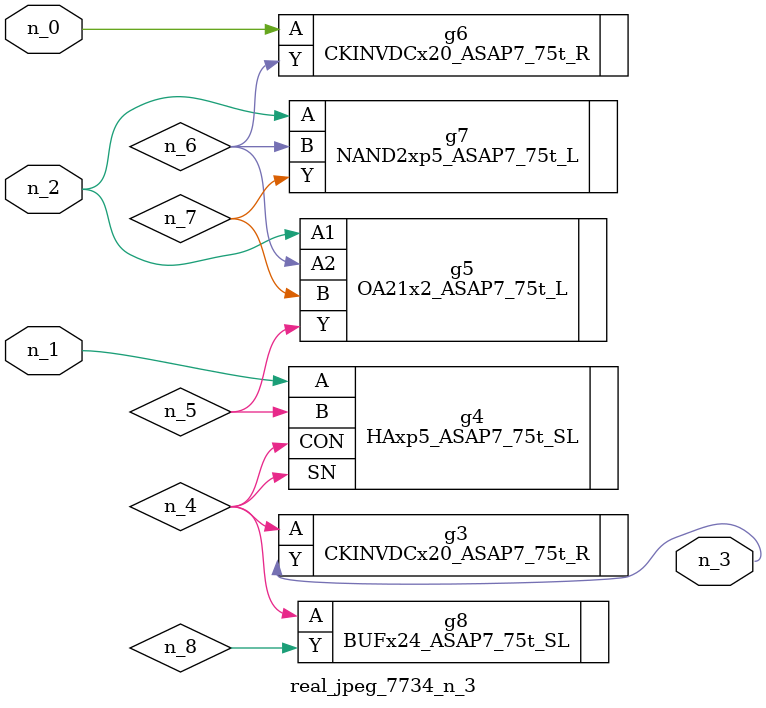
<source format=v>
module real_jpeg_7734_n_3 (n_1, n_0, n_2, n_3);

input n_1;
input n_0;
input n_2;

output n_3;

wire n_5;
wire n_4;
wire n_6;
wire n_7;

CKINVDCx20_ASAP7_75t_R g6 ( 
.A(n_0),
.Y(n_6)
);

HAxp5_ASAP7_75t_SL g4 ( 
.A(n_1),
.B(n_5),
.CON(n_4),
.SN(n_4)
);

OA21x2_ASAP7_75t_L g5 ( 
.A1(n_2),
.A2(n_6),
.B(n_7),
.Y(n_5)
);

NAND2xp5_ASAP7_75t_L g7 ( 
.A(n_2),
.B(n_6),
.Y(n_7)
);

CKINVDCx20_ASAP7_75t_R g3 ( 
.A(n_4),
.Y(n_3)
);

BUFx24_ASAP7_75t_SL g8 ( 
.A(n_4),
.Y(n_8)
);


endmodule
</source>
